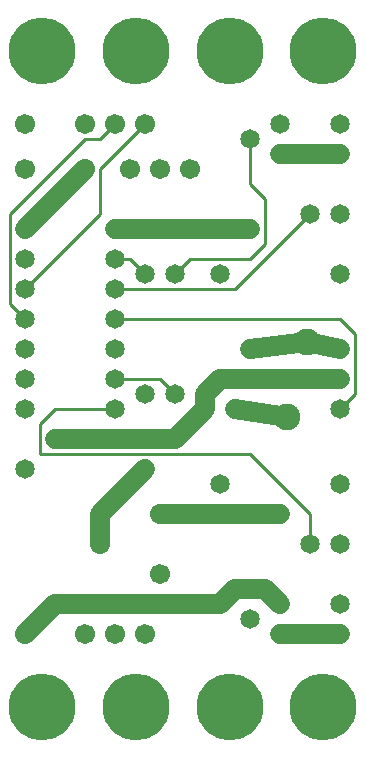
<source format=gbl>
%MOIN*%
%FSLAX25Y25*%
G04 D10 used for Character Trace; *
G04     Circle (OD=.01000) (No hole)*
G04 D11 used for Power Trace; *
G04     Circle (OD=.06700) (No hole)*
G04 D12 used for Signal Trace; *
G04     Circle (OD=.01100) (No hole)*
G04 D13 used for Via; *
G04     Circle (OD=.05800) (Round. Hole ID=.02800)*
G04 D14 used for Component hole; *
G04     Circle (OD=.06500) (Round. Hole ID=.03500)*
G04 D15 used for Component hole; *
G04     Circle (OD=.06700) (Round. Hole ID=.04300)*
G04 D16 used for Component hole; *
G04     Circle (OD=.08100) (Round. Hole ID=.05100)*
G04 D17 used for Component hole; *
G04     Circle (OD=.08900) (Round. Hole ID=.05900)*
G04 D18 used for Component hole; *
G04     Circle (OD=.11300) (Round. Hole ID=.08300)*
G04 D19 used for Component hole; *
G04     Circle (OD=.16000) (Round. Hole ID=.13000)*
G04 D20 used for Component hole; *
G04     Circle (OD=.18300) (Round. Hole ID=.15300)*
G04 D21 used for Component hole; *
G04     Circle (OD=.22291) (Round. Hole ID=.19291)*
%ADD10C,.01000*%
%ADD11C,.06700*%
%ADD12C,.01100*%
%ADD13C,.05800*%
%ADD14C,.06500*%
%ADD15C,.06700*%
%ADD16C,.08100*%
%ADD17C,.08900*%
%ADD18C,.11300*%
%ADD19C,.16000*%
%ADD20C,.18300*%
%ADD21C,.22291*%
%IPPOS*%
%LPD*%
G90*X0Y0D02*D21*X15625Y15625D03*D15*              
X40000Y40000D03*X30000D03*X10000D03*D11*          
X20000Y50000D01*X75000D01*X80000Y55000D01*        
X90000D01*X95000Y50000D01*D14*D03*Y40000D03*D11*  
X115000D01*D14*D03*Y50000D03*D21*X109375Y15625D03*
D14*X85000Y45000D03*X115000Y70000D03*X105000D03*  
D12*Y80000D01*X85000Y100000D01*X15000D01*         
Y110000D01*X20000Y115000D01*X40000D01*D14*D03*    
Y125000D03*D12*X55000D01*X60000Y120000D01*D14*D03*
D11*Y105000D02*X70000Y115000D01*X20000Y105000D02* 
X60000D01*D13*X20000D03*D14*X10000Y115000D03*     
Y95000D03*Y125000D03*D11*X35000Y70000D02*         
Y80000D01*D15*Y70000D03*D11*Y80000D02*            
X50000Y95000D01*D14*D03*D15*X55000Y80000D03*D11*  
X95000D01*D13*D03*D14*X75000Y90000D03*X115000D03* 
Y115000D03*D12*X120000Y120000D01*Y140000D01*      
X115000Y145000D01*X40000D01*D14*D03*Y155000D03*   
D12*X80000D01*X105000Y180000D01*D14*D03*          
X115000D03*D12*X90000Y170000D02*Y185000D01*       
X85000Y165000D02*X90000Y170000D01*                
X65000Y165000D02*X85000D01*X60000Y160000D02*      
X65000Y165000D01*D14*X60000Y160000D03*X50000D03*  
D12*X45000Y165000D01*X40000D01*D14*D03*Y175000D03*
D11*X85000D01*D13*D03*D12*X90000Y185000D02*       
X85000Y190000D01*Y205000D01*D14*D03*              
X95000Y200000D03*D11*X115000D01*D14*D03*          
Y210000D03*X95000D03*D21*X78125Y234375D03*        
X109375D03*D14*X75000Y160000D03*X115000D03*D15*   
X65000Y195000D03*X55000D03*D13*X85000Y135000D03*  
D11*X104000Y137400D01*D17*D03*D11*                
X115000Y135000D01*D14*D03*Y125000D03*D11*         
X75000D01*X70000Y120000D01*Y115000D01*D13*        
X80000D03*D11*X97300Y112600D01*D17*D03*D14*       
X50000Y120000D03*D15*X55000Y60000D03*D14*         
X40000Y135000D03*D12*X10000Y155000D02*            
X35000Y180000D01*D14*X10000Y155000D03*D12*        
Y145000D02*X5000Y150000D01*D14*X10000Y145000D03*  
D12*X5000Y150000D02*Y180000D01*X30000Y205000D01*  
X35000D01*X40000Y210000D01*D15*D03*X50000D03*D12* 
X35000Y195000D01*Y180000D01*D15*X45000Y195000D03* 
X30000D03*D11*X10000Y175000D01*D14*D03*Y165000D03*
D15*Y195000D03*X30000Y210000D03*X10000D03*D14*    
Y135000D03*D21*X46875Y234375D03*X15625D03*D15*    
X50000Y40000D03*D21*X46875Y15625D03*X78125D03*M02*

</source>
